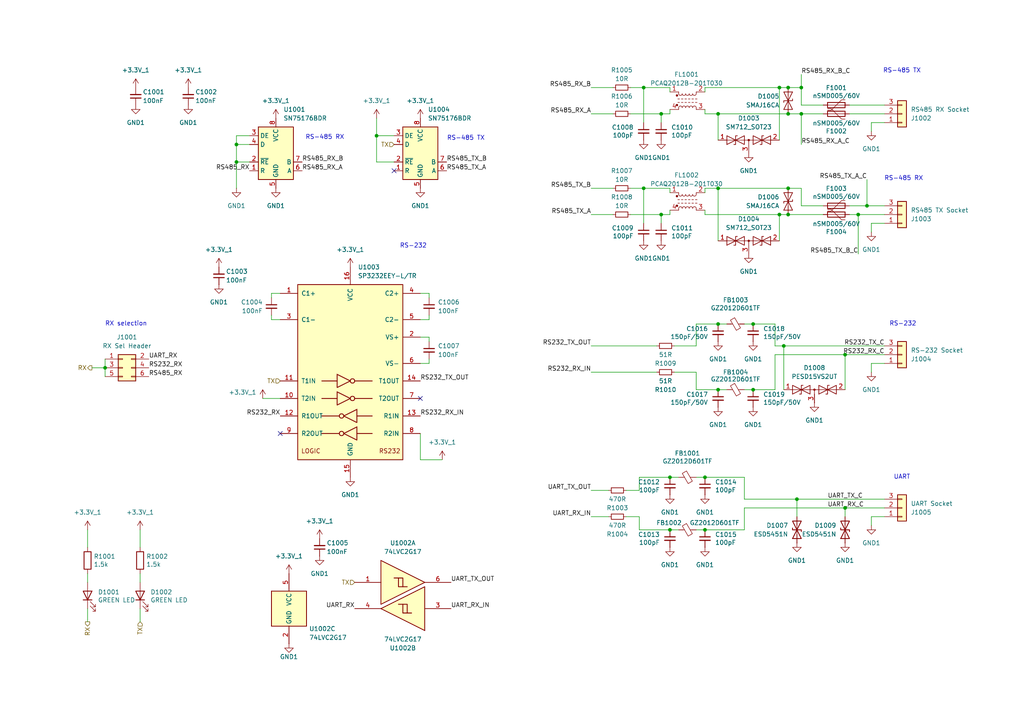
<source format=kicad_sch>
(kicad_sch (version 20231120) (generator "eeschema") (generator_version "8.0")
  (paper "A4")
  (title_block (title "Hat Labs Marine Engine & Tank interface (HALMET)") (date "2024-01-18") (rev "1.0.1") (company "Hat Labs Ltd") (comment 1 "https://creativecommons.org/licenses/by-sa/4.0") (comment 2 "To view a copy of this license, visit ") (comment 3 "HALMET is licensed under CC BY-SA 4.0."))
  (lib_symbols
    (symbol "74xGxx:74LVC2G17"
      (property "Reference" "U" (at -1.27 7.62 0))
      (property "Value" "74LVC2G17" (at 2.54 -7.62 0))
      (symbol "74LVC2G17_1_1"
        (pin input line (at -15.24 0 0) (length 7.62) (name "~") (number "1"))
        (pin output line (at 12.7 0 180) (length 7.62) (name "~") (number "6"))
      )
      (symbol "74LVC2G17_2_1"
        (pin input line (at -15.24 0 0) (length 7.62) (name "~") (number "3"))
        (pin output line (at 12.7 0 180) (length 7.62) (name "~") (number "4"))
      )
      (symbol "74LVC2G17_3_1"
        (pin power_in line (at 0 -10.16 90) (length 5.08) (name "GND") (number "2"))
        (pin power_in line (at 0 10.16 270) (length 5.08) (name "VCC") (number "5"))
      )
    )
    (symbol "Connector_Generic:Conn_01x03" (pin_names (offset 1.016) hide)
      (property "Reference" "J" (at 0 5.08 0))
      (property "Value" "Conn_01x03" (at 0 -5.08 0))
      (symbol "Conn_01x03_1_1"
        (pin passive line (at -5.08 2.54 0) (length 3.81) (name "Pin_1") (number "1"))
        (pin passive line (at -5.08 0 0) (length 3.81) (name "Pin_2") (number "2"))
        (pin passive line (at -5.08 -2.54 0) (length 3.81) (name "Pin_3") (number "3"))
      )
    )
    (symbol "Connector_Generic:Conn_02x03_Odd_Even" (pin_names (offset 1.016) hide)
      (property "Reference" "J" (at 1.27 5.08 0))
      (property "Value" "Conn_02x03_Odd_Even" (at 1.27 -5.08 0))
      (symbol "Conn_02x03_Odd_Even_1_1"
        (pin passive line (at -5.08 2.54 0) (length 3.81) (name "Pin_1") (number "1"))
        (pin passive line (at 7.62 2.54 180) (length 3.81) (name "Pin_2") (number "2"))
        (pin passive line (at -5.08 0 0) (length 3.81) (name "Pin_3") (number "3"))
        (pin passive line (at 7.62 0 180) (length 3.81) (name "Pin_4") (number "4"))
        (pin passive line (at -5.08 -2.54 0) (length 3.81) (name "Pin_5") (number "5"))
        (pin passive line (at 7.62 -2.54 180) (length 3.81) (name "Pin_6") (number "6"))
      )
    )
    (symbol "Device:C_Small" (pin_numbers hide) (pin_names (offset 0.254) hide)
      (property "Reference" "C" (at 0.254 1.778 0))
      (property "Value" "C_Small" (at 0.254 -2.032 0))
      (symbol "C_Small_1_1"
        (pin passive line (at 0 2.54 270) (length 2.032) (name "~") (number "1"))
        (pin passive line (at 0 -2.54 90) (length 2.032) (name "~") (number "2"))
      )
    )
    (symbol "Device:D_TVS" (pin_numbers hide) (pin_names (offset 1.016) hide)
      (property "Reference" "D" (at 0 2.54 0))
      (property "Value" "D_TVS" (at 0 -2.54 0))
      (symbol "D_TVS_1_1"
        (pin passive line (at -3.81 0 0) (length 2.54) (name "A1") (number "1"))
        (pin passive line (at 3.81 0 180) (length 2.54) (name "A2") (number "2"))
      )
    )
    (symbol "Device:FerriteBead_Small" (pin_numbers hide) (pin_names (offset 0))
      (property "Reference" "FB" (at 1.905 1.27 0))
      (property "Value" "FerriteBead_Small" (at 1.905 -1.27 0))
      (symbol "FerriteBead_Small_1_1"
        (pin passive line (at 0 2.54 270) (length 1.27) (name "~") (number "1"))
        (pin passive line (at 0 -2.54 90) (length 1.27) (name "~") (number "2"))
      )
    )
    (symbol "Device:LED" (pin_numbers hide) (pin_names (offset 1.016) hide)
      (property "Reference" "D" (at 0 2.54 0))
      (property "Value" "LED" (at 0 -2.54 0))
      (symbol "LED_1_1"
        (pin passive line (at -3.81 0 0) (length 2.54) (name "K") (number "1"))
        (pin passive line (at 3.81 0 180) (length 2.54) (name "A") (number "2"))
      )
    )
    (symbol "Device:L_Ferrite_Coupled_1243" (pin_names (offset 0.254) hide)
      (property "Reference" "L" (at 0 4.445 0))
      (property "Value" "L_Ferrite_Coupled_1243" (at 0 -4.445 0))
      (symbol "L_Ferrite_Coupled_1243_1_1"
        (pin passive line (at -5.08 2.54 0) (length 2.54) (name "1") (number "1"))
        (pin passive line (at 5.08 2.54 180) (length 2.54) (name "2") (number "2"))
        (pin passive line (at 5.08 -2.54 180) (length 2.54) (name "3") (number "3"))
        (pin passive line (at -5.08 -2.54 0) (length 2.54) (name "4") (number "4"))
      )
    )
    (symbol "Device:Polyfuse" (pin_numbers hide) (pin_names (offset 0))
      (property "Reference" "F" (at -2.54 0 90))
      (property "Value" "Polyfuse" (at 2.54 0 90))
      (symbol "Polyfuse_1_1"
        (pin passive line (at 0 3.81 270) (length 1.27) (name "~") (number "1"))
        (pin passive line (at 0 -3.81 90) (length 1.27) (name "~") (number "2"))
      )
    )
    (symbol "Device:R" (pin_numbers hide) (pin_names (offset 0))
      (property "Reference" "R" (at 2.032 0 90))
      (property "Value" "R" (at 0 0 90))
      (symbol "R_1_1"
        (pin passive line (at 0 3.81 270) (length 1.27) (name "~") (number "1"))
        (pin passive line (at 0 -3.81 90) (length 1.27) (name "~") (number "2"))
      )
    )
    (symbol "Device:R_Small" (pin_numbers hide) (pin_names (offset 0.254) hide)
      (property "Reference" "R" (at 0.762 0.508 0))
      (property "Value" "R_Small" (at 0.762 -1.016 0))
      (symbol "R_Small_1_1"
        (pin passive line (at 0 2.54 270) (length 0.762) (name "~") (number "1"))
        (pin passive line (at 0 -2.54 90) (length 0.762) (name "~") (number "2"))
      )
    )
    (symbol "Diode:SM712_SOT23" (pin_names (offset 1.016) hide)
      (property "Reference" "D" (at 0 4.445 0))
      (property "Value" "SM712_SOT23" (at 0 2.54 0))
      (symbol "SM712_SOT23_1_1"
        (pin passive line (at -8.89 0 0) (length 2.54) (name "A1") (number "1"))
        (pin passive line (at 8.89 0 180) (length 2.54) (name "A2") (number "2"))
        (pin input line (at 0 -3.81 90) (length 2.54) (name "common") (number "3"))
      )
    )
    (symbol "Diode:SMAJ16CA" (pin_numbers hide) (pin_names (offset 1.016) hide)
      (property "Reference" "D" (at 0 2.54 0))
      (property "Value" "SMAJ16CA" (at 0 -2.54 0))
      (symbol "SMAJ16CA_1_1"
        (pin passive line (at -3.81 0 0) (length 2.54) (name "A1") (number "1"))
        (pin passive line (at 3.81 0 180) (length 2.54) (name "A2") (number "2"))
      )
    )
    (symbol "HALSER:+3.3V_1" (power) (pin_names (offset 0))
      (property "Value" "+3.3V_1" (at 0 3.556 0))
      (symbol "+3.3V_1_1_1"
        (pin power_in line (at 0 0 90) (length 0) hide (name "+3.3V_1") (number "1"))
      )
    )
    (symbol "Interface_UART:MAX3232" (pin_names (offset 1.016))
      (property "Reference" "U" (at -2.54 28.575 0))
      (property "Value" "MAX3232" (at -2.54 26.67 0))
      (symbol "MAX3232_0_0"
        (text "LOGIC" (at -11.43 -22.86 0) (effects (font (size 1.27 1.27))))
        (text "RS232" (at 11.43 -22.86 0) (effects (font (size 1.27 1.27))))
      )
      (symbol "MAX3232_1_1"
        (pin passive line (at -20.32 22.86 0) (length 5.08) (name "C1+") (number "1"))
        (pin input line (at -20.32 -7.62 0) (length 5.08) (name "T2IN") (number "10"))
        (pin input line (at -20.32 -2.54 0) (length 5.08) (name "T1IN") (number "11"))
        (pin output line (at -20.32 -12.7 0) (length 5.08) (name "R1OUT") (number "12"))
        (pin input line (at 20.32 -12.7 180) (length 5.08) (name "R1IN") (number "13"))
        (pin output line (at 20.32 -2.54 180) (length 5.08) (name "T1OUT") (number "14"))
        (pin power_in line (at 0 -30.48 90) (length 5.08) (name "GND") (number "15"))
        (pin power_in line (at 0 30.48 270) (length 5.08) (name "VCC") (number "16"))
        (pin power_out line (at 20.32 10.16 180) (length 5.08) (name "VS+") (number "2"))
        (pin passive line (at -20.32 15.24 0) (length 5.08) (name "C1-") (number "3"))
        (pin passive line (at 20.32 22.86 180) (length 5.08) (name "C2+") (number "4"))
        (pin passive line (at 20.32 15.24 180) (length 5.08) (name "C2-") (number "5"))
        (pin power_out line (at 20.32 2.54 180) (length 5.08) (name "VS-") (number "6"))
        (pin output line (at 20.32 -7.62 180) (length 5.08) (name "T2OUT") (number "7"))
        (pin input line (at 20.32 -17.78 180) (length 5.08) (name "R2IN") (number "8"))
        (pin output line (at -20.32 -17.78 0) (length 5.08) (name "R2OUT") (number "9"))
      )
    )
    (symbol "Interface_UART:SN75176AD"
      (property "Reference" "U" (at -4.318 8.89 0))
      (property "Value" "SN75176AD" (at 1.016 8.89 0))
      (symbol "SN75176AD_1_1"
        (pin output line (at -7.62 -5.08 0) (length 2.54) (name "R") (number "1"))
        (pin input line (at -7.62 -2.54 0) (length 2.54) (name "~{RE}") (number "2"))
        (pin input line (at -7.62 5.08 0) (length 2.54) (name "DE") (number "3"))
        (pin input line (at -7.62 2.54 0) (length 2.54) (name "D") (number "4"))
        (pin power_in line (at 0 -10.16 90) (length 2.54) (name "GND") (number "5"))
        (pin bidirectional line (at 7.62 -5.08 180) (length 2.54) (name "A") (number "6"))
        (pin bidirectional line (at 7.62 -2.54 180) (length 2.54) (name "B") (number "7"))
        (pin power_in line (at 0 10.16 270) (length 2.54) (name "VCC") (number "8"))
      )
    )
    (symbol "power:GND1" (power) (pin_numbers hide) (pin_names (offset 0) hide)
      (property "Value" "GND1" (at 0 -3.81 0))
      (symbol "GND1_1_1"
        (pin power_in line (at 0 0 270) (length 0) (name "~") (number "1"))
      )
    )
  )
  (junction (at 228.6 62.23))
  (junction (at 228.6 33.02))
  (junction (at 186.69 25.4))
  (junction (at 191.77 33.02))
  (junction (at 204.47 153.67))
  (junction (at 245.11 102.87))
  (junction (at 248.92 62.23))
  (junction (at 68.58 46.99))
  (junction (at 208.28 113.03))
  (junction (at 227.33 100.33))
  (junction (at 109.22 39.37))
  (junction (at 228.6 54.61))
  (junction (at 232.41 33.02))
  (junction (at 186.69 54.61))
  (junction (at 194.31 138.43))
  (junction (at 194.31 153.67))
  (junction (at 191.77 62.23))
  (junction (at 68.58 41.91))
  (junction (at 228.6 25.4))
  (junction (at 208.28 54.61))
  (junction (at 204.47 138.43))
  (junction (at 218.44 113.03))
  (junction (at 245.11 147.32))
  (junction (at 30.48 106.68))
  (junction (at 226.06 25.4))
  (junction (at 218.44 93.98))
  (junction (at 208.28 93.98))
  (junction (at 226.06 62.23))
  (junction (at 231.14 144.78))
  (junction (at 251.46 59.69))
  (junction (at 232.41 25.4))
  (junction (at 208.28 33.02))
  (no_connect (at 114.3 49.53))
  (no_connect (at 81.28 125.73))
  (no_connect (at 121.92 115.57))
  (wire (pts (xy 194.31 25.4) (xy 194.31 26.67)))
  (wire (pts (xy 208.28 113.03) (xy 210.82 113.03)))
  (wire (pts (xy 246.38 62.23) (xy 248.92 62.23)))
  (wire (pts (xy 208.28 33.02) (xy 228.6 33.02)))
  (wire (pts (xy 246.38 33.02) (xy 256.54 33.02)))
  (wire (pts (xy 68.58 46.99) (xy 72.39 46.99)))
  (wire (pts (xy 201.93 93.98) (xy 201.93 100.33)))
  (wire (pts (xy 191.77 33.02) (xy 191.77 35.56)))
  (wire (pts (xy 245.11 102.87) (xy 256.54 102.87)))
  (wire (pts (xy 246.38 59.69) (xy 251.46 59.69)))
  (wire (pts (xy 226.06 62.23) (xy 226.06 69.85)))
  (wire (pts (xy 251.46 59.69) (xy 256.54 59.69)))
  (wire (pts (xy 232.41 59.69) (xy 232.41 54.61)))
  (wire (pts (xy 185.42 138.43) (xy 185.42 142.24)))
  (wire (pts (xy 186.69 25.4) (xy 186.69 35.56)))
  (wire (pts (xy 72.39 41.91) (xy 68.58 41.91)))
  (wire (pts (xy 252.73 149.86) (xy 252.73 152.4)))
  (wire (pts (xy 195.58 107.95) (xy 201.93 107.95)))
  (wire (pts (xy 25.4 153.67) (xy 25.4 158.75)))
  (wire (pts (xy 171.45 107.95) (xy 190.5 107.95)))
  (wire (pts (xy 201.93 138.43) (xy 204.47 138.43)))
  (wire (pts (xy 171.45 54.61) (xy 177.8 54.61)))
  (wire (pts (xy 215.9 113.03) (xy 218.44 113.03)))
  (wire (pts (xy 248.92 62.23) (xy 256.54 62.23)))
  (wire (pts (xy 40.64 153.67) (xy 40.64 158.75)))
  (wire (pts (xy 204.47 60.96) (xy 204.47 62.23)))
  (wire (pts (xy 224.79 102.87) (xy 224.79 113.03)))
  (wire (pts (xy 182.88 33.02) (xy 191.77 33.02)))
  (wire (pts (xy 204.47 62.23) (xy 226.06 62.23)))
  (wire (pts (xy 218.44 113.03) (xy 224.79 113.03)))
  (wire (pts (xy 201.93 113.03) (xy 208.28 113.03)))
  (wire (pts (xy 182.88 62.23) (xy 191.77 62.23)))
  (wire (pts (xy 256.54 149.86) (xy 252.73 149.86)))
  (wire (pts (xy 248.92 62.23) (xy 248.92 73.66)))
  (wire (pts (xy 25.4 166.37) (xy 25.4 168.91)))
  (wire (pts (xy 109.22 34.29) (xy 109.22 39.37)))
  (wire (pts (xy 228.6 62.23) (xy 238.76 62.23)))
  (wire (pts (xy 121.92 85.09) (xy 124.46 85.09)))
  (wire (pts (xy 256.54 35.56) (xy 252.73 35.56)))
  (wire (pts (xy 124.46 104.14) (xy 124.46 105.41)))
  (wire (pts (xy 30.48 106.68) (xy 30.48 109.22)))
  (wire (pts (xy 245.11 102.87) (xy 224.79 102.87)))
  (wire (pts (xy 121.92 97.79) (xy 124.46 97.79)))
  (wire (pts (xy 246.38 30.48) (xy 256.54 30.48)))
  (wire (pts (xy 124.46 97.79) (xy 124.46 99.06)))
  (wire (pts (xy 256.54 100.33) (xy 227.33 100.33)))
  (wire (pts (xy 194.31 31.75) (xy 194.31 33.02)))
  (wire (pts (xy 201.93 113.03) (xy 201.93 107.95)))
  (wire (pts (xy 252.73 35.56) (xy 252.73 38.1)))
  (wire (pts (xy 191.77 33.02) (xy 194.31 33.02)))
  (wire (pts (xy 232.41 30.48) (xy 232.41 25.4)))
  (wire (pts (xy 204.47 25.4) (xy 204.47 26.67)))
  (wire (pts (xy 208.28 93.98) (xy 210.82 93.98)))
  (wire (pts (xy 68.58 41.91) (xy 68.58 39.37)))
  (wire (pts (xy 245.11 147.32) (xy 245.11 149.86)))
  (wire (pts (xy 81.28 92.71) (xy 78.74 92.71)))
  (wire (pts (xy 232.41 59.69) (xy 238.76 59.69)))
  (wire (pts (xy 68.58 54.61) (xy 68.58 46.99)))
  (wire (pts (xy 201.93 93.98) (xy 208.28 93.98)))
  (wire (pts (xy 124.46 105.41) (xy 121.92 105.41)))
  (wire (pts (xy 109.22 39.37) (xy 114.3 39.37)))
  (wire (pts (xy 218.44 93.98) (xy 224.79 93.98)))
  (wire (pts (xy 171.45 33.02) (xy 177.8 33.02)))
  (wire (pts (xy 40.64 166.37) (xy 40.64 168.91)))
  (wire (pts (xy 40.64 176.53) (xy 40.64 180.34)))
  (wire (pts (xy 215.9 144.78) (xy 215.9 138.43)))
  (wire (pts (xy 208.28 33.02) (xy 208.28 40.64)))
  (wire (pts (xy 124.46 91.44) (xy 124.46 92.71)))
  (wire (pts (xy 252.73 64.77) (xy 256.54 64.77)))
  (wire (pts (xy 245.11 147.32) (xy 256.54 147.32)))
  (wire (pts (xy 228.6 33.02) (xy 232.41 33.02)))
  (wire (pts (xy 245.11 113.03) (xy 245.11 102.87)))
  (wire (pts (xy 185.42 153.67) (xy 185.42 149.86)))
  (wire (pts (xy 194.31 54.61) (xy 194.31 55.88)))
  (wire (pts (xy 232.41 30.48) (xy 238.76 30.48)))
  (wire (pts (xy 204.47 31.75) (xy 204.47 33.02)))
  (wire (pts (xy 194.31 138.43) (xy 196.85 138.43)))
  (wire (pts (xy 121.92 125.73) (xy 121.92 133.35)))
  (wire (pts (xy 232.41 33.02) (xy 238.76 33.02)))
  (wire (pts (xy 109.22 46.99) (xy 109.22 39.37)))
  (wire (pts (xy 228.6 25.4) (xy 232.41 25.4)))
  (wire (pts (xy 171.45 100.33) (xy 190.5 100.33)))
  (wire (pts (xy 232.41 21.59) (xy 232.41 25.4)))
  (wire (pts (xy 252.73 67.31) (xy 252.73 64.77)))
  (wire (pts (xy 171.45 25.4) (xy 177.8 25.4)))
  (wire (pts (xy 208.28 54.61) (xy 228.6 54.61)))
  (wire (pts (xy 26.67 106.68) (xy 30.48 106.68)))
  (wire (pts (xy 204.47 153.67) (xy 215.9 153.67)))
  (wire (pts (xy 231.14 144.78) (xy 256.54 144.78)))
  (wire (pts (xy 68.58 39.37) (xy 72.39 39.37)))
  (wire (pts (xy 25.4 176.53) (xy 25.4 180.34)))
  (wire (pts (xy 81.28 115.57) (xy 76.2 115.57)))
  (wire (pts (xy 181.61 142.24) (xy 185.42 142.24)))
  (wire (pts (xy 195.58 100.33) (xy 201.93 100.33)))
  (wire (pts (xy 124.46 92.71) (xy 121.92 92.71)))
  (wire (pts (xy 171.45 62.23) (xy 177.8 62.23)))
  (wire (pts (xy 185.42 138.43) (xy 194.31 138.43)))
  (wire (pts (xy 252.73 107.95) (xy 252.73 105.41)))
  (wire (pts (xy 186.69 54.61) (xy 194.31 54.61)))
  (wire (pts (xy 226.06 25.4) (xy 228.6 25.4)))
  (wire (pts (xy 231.14 144.78) (xy 231.14 149.86)))
  (wire (pts (xy 121.92 133.35) (xy 128.27 133.35)))
  (wire (pts (xy 204.47 25.4) (xy 226.06 25.4)))
  (wire (pts (xy 215.9 147.32) (xy 215.9 153.67)))
  (wire (pts (xy 204.47 33.02) (xy 208.28 33.02)))
  (wire (pts (xy 215.9 147.32) (xy 245.11 147.32)))
  (wire (pts (xy 124.46 85.09) (xy 124.46 86.36)))
  (wire (pts (xy 171.45 142.24) (xy 176.53 142.24)))
  (wire (pts (xy 251.46 52.07) (xy 251.46 59.69)))
  (wire (pts (xy 191.77 62.23) (xy 194.31 62.23)))
  (wire (pts (xy 252.73 105.41) (xy 256.54 105.41)))
  (wire (pts (xy 78.74 85.09) (xy 81.28 85.09)))
  (wire (pts (xy 232.41 33.02) (xy 232.41 41.91)))
  (wire (pts (xy 171.45 149.86) (xy 176.53 149.86)))
  (wire (pts (xy 194.31 60.96) (xy 194.31 62.23)))
  (wire (pts (xy 204.47 55.88) (xy 204.47 54.61)))
  (wire (pts (xy 227.33 100.33) (xy 227.33 113.03)))
  (wire (pts (xy 224.79 100.33) (xy 227.33 100.33)))
  (wire (pts (xy 191.77 62.23) (xy 191.77 64.77)))
  (wire (pts (xy 224.79 100.33) (xy 224.79 93.98)))
  (wire (pts (xy 114.3 46.99) (xy 109.22 46.99)))
  (wire (pts (xy 204.47 54.61) (xy 208.28 54.61)))
  (wire (pts (xy 186.69 54.61) (xy 186.69 64.77)))
  (wire (pts (xy 78.74 92.71) (xy 78.74 91.44)))
  (wire (pts (xy 30.48 104.14) (xy 30.48 106.68)))
  (wire (pts (xy 208.28 54.61) (xy 208.28 69.85)))
  (wire (pts (xy 182.88 54.61) (xy 186.69 54.61)))
  (wire (pts (xy 185.42 149.86) (xy 181.61 149.86)))
  (wire (pts (xy 201.93 153.67) (xy 204.47 153.67)))
  (wire (pts (xy 226.06 62.23) (xy 228.6 62.23)))
  (wire (pts (xy 226.06 25.4) (xy 226.06 40.64)))
  (wire (pts (xy 78.74 86.36) (xy 78.74 85.09)))
  (wire (pts (xy 194.31 153.67) (xy 196.85 153.67)))
  (wire (pts (xy 68.58 46.99) (xy 68.58 41.91)))
  (wire (pts (xy 204.47 138.43) (xy 215.9 138.43)))
  (wire (pts (xy 215.9 144.78) (xy 231.14 144.78)))
  (wire (pts (xy 182.88 25.4) (xy 186.69 25.4)))
  (wire (pts (xy 186.69 25.4) (xy 194.31 25.4)))
  (wire (pts (xy 215.9 93.98) (xy 218.44 93.98)))
  (wire (pts (xy 228.6 54.61) (xy 232.41 54.61)))
  (wire (pts (xy 185.42 153.67) (xy 194.31 153.67)))
  (text "RS-485 TX" (at 135.128 40.132 0) (effects (font (size 1.27 1.27))))
  (text "RS-485 TX" (at 261.62 20.574 0) (effects (font (size 1.27 1.27))))
  (text "UART" (at 261.62 138.43 0) (effects (font (size 1.27 1.27))))
  (text "RS-232" (at 119.888 71.374 0) (effects (font (size 1.27 1.27))))
  (text "RX selection" (at 36.576 93.98 0) (effects (font (size 1.27 1.27))))
  (text "RS-485 RX" (at 262.128 51.816 0) (effects (font (size 1.27 1.27))))
  (text "RS-485 RX" (at 94.234 39.878 0) (effects (font (size 1.27 1.27))))
  (text "RS-232" (at 261.874 93.98 0) (effects (font (size 1.27 1.27))))
  (label "RS485_TX_B_C" (at 248.92 73.66 180))
  (label "UART_RX_C" (at 240.03 147.32 0))
  (label "UART_TX_C" (at 240.03 144.78 0))
  (label "RS232_TX_C" (at 256.54 100.33 180))
  (label "UART_TX_OUT" (at 171.45 142.24 180))
  (label "RS232_TX_OUT" (at 121.92 110.49 0))
  (label "RS485_TX_A" (at 129.54 49.53 0))
  (label "RS232_RX_IN" (at 171.45 107.95 180))
  (label "UART_RX" (at 102.87 176.53 180))
  (label "RS232_RX" (at 43.18 106.68 0))
  (label "RS485_RX_B_C" (at 232.41 21.59 0))
  (label "UART_RX_IN" (at 130.81 176.53 0))
  (label "RS485_RX_A" (at 87.63 49.53 0))
  (label "RS485_TX_A" (at 171.45 62.23 180))
  (label "RS232_RX_IN" (at 121.92 120.65 0))
  (label "RS485_TX_B" (at 171.45 54.61 180))
  (label "RS485_RX" (at 72.39 49.53 180))
  (label "RS485_TX_B" (at 129.54 46.99 0))
  (label "RS232_RX" (at 81.28 120.65 180))
  (label "RS485_TX_A_C" (at 251.46 52.07 180))
  (label "RS485_RX_B" (at 87.63 46.99 0))
  (label "UART_TX_OUT" (at 130.81 168.91 0))
  (label "UART_RX" (at 43.18 104.14 0))
  (label "UART_RX_IN" (at 171.45 149.86 180))
  (label "RS485_RX_B" (at 171.45 25.4 180))
  (label "RS485_RX" (at 43.18 109.22 0))
  (label "RS232_RX_C" (at 256.54 102.87 180))
  (label "RS485_RX_A_C" (at 232.41 41.91 0))
  (label "RS485_RX_A" (at 171.45 33.02 180))
  (label "RS232_TX_OUT" (at 171.45 100.33 180))
  (hierarchical_label "TX" (shape input) (at 102.87 168.91 180))
  (hierarchical_label "RX" (shape output) (at 26.67 106.68 180))
  (hierarchical_label "TX" (shape input) (at 81.28 110.49 180))
  (hierarchical_label "TX" (shape input) (at 40.64 180.34 270))
  (hierarchical_label "TX" (shape input) (at 114.3 41.91 180))
  (hierarchical_label "RX" (shape output) (at 25.4 180.34 270))
  (symbol (lib_id "Device:L_Ferrite_Coupled_1243") (at 199.39 29.21 0) (unit 1)
    (property "Reference" "FL1001" (at 199.136 21.59 0))
    (property "Value" "PCAQ2012B-201T030" (at 199.136 24.13 0))
    (property "Footprint" "HALSER:L_CommonModeChoke_PCAQ2012B" (effects (hide yes)))
    (property "Description" "Coupled inductor with ferrite core" (effects (hide yes)))
    (property "Notes" "Alternatives: ACM2012-201-2P-T002" (effects (hide yes)))
    (property "LCSC" "C2926967" (effects (hide yes)))
  )
  (symbol (lib_id "Device:R_Small") (at 180.34 54.61 90) (unit 1)
    (property "Reference" "R1007" (at 180.34 49.53 90))
    (property "Value" "10R" (at 180.34 52.07 90))
    (property "Footprint" "PCM_Resistor_SMD_AKL:R_0402_1005Metric" (effects (hide yes)))
    (property "Description" "Resistor, small symbol" (effects (hide yes)))
    (property "LCSC" "C25077" (effects (hide yes)))
  )
  (symbol (lib_id "power:GND1") (at 252.73 38.1 0) (unit 1)
    (property "Reference" "#PWR01040" (effects (hide yes)))
    (property "Value" "GND1" (at 252.73 43.18 0))
    (property "Description" "Power symbol creates a global label with name \"GND1\" , ground" (effects (hide yes)))
  )
  (symbol (lib_id "Device:C_Small") (at 124.46 101.6 0) (mirror y) (unit 1)
    (property "Reference" "C1007" (at 127 100.3362 0) (effects (justify right)))
    (property "Value" "100nF" (at 127 102.8762 0) (effects (justify right)))
    (property "Footprint" "PCM_Capacitor_SMD_AKL:C_0402_1005Metric" (effects (hide yes)))
    (property "Description" "Unpolarized capacitor, small symbol" (effects (hide yes)))
    (property "LCSC" "C1525" (effects (hide yes)))
  )
  (symbol (lib_id "Diode:SM712_SOT23") (at 217.17 69.85 0) (unit 1)
    (property "Reference" "D1004" (at 217.17 63.5 0))
    (property "Value" "SM712_SOT23" (at 217.17 66.04 0))
    (property "Footprint" "PCM_Package_TO_SOT_SMD_AKL:SOT-23" (effects (hide yes)))
    (property "Datasheet" "https://www.littelfuse.com/~/media/electronics/datasheets/tvs_diode_arrays/littelfuse_tvs_diode_array_sm712_datasheet.pdf.pdf" (effects (hide yes)))
    (property "Description" "7V/12V, 600W Asymmetrical TVS Diode Array, SOT-23" (effects (hide yes)))
    (property "LCSC" "C521963" (effects (hide yes)))
  )
  (symbol (lib_id "Connector_Generic:Conn_01x03") (at 261.62 147.32 0) (mirror x) (unit 1)
    (property "Reference" "J1005" (at 264.16 148.5901 0) (effects (justify left)))
    (property "Value" "UART Socket" (at 264.16 146.0501 0) (effects (justify left)))
    (property "Footprint" "Connector_Phoenix_MC:PhoenixContact_MCV_1,5_3-G-3.81_1x03_P3.81mm_Vertical" (effects (hide yes)))
    (property "Description" "Generic connector, single row, 01x03, script generated (kicad-library-utils/schlib/autogen/connector/)" (effects (hide yes)))
    (property "LCSC" "C8389" (effects (hide yes)))
  )
  (symbol (lib_id "Device:R_Small") (at 179.07 149.86 90) (mirror x) (unit 1)
    (property "Reference" "R1004" (at 179.07 154.94 90))
    (property "Value" "470R" (at 179.07 152.4 90))
    (property "Footprint" "PCM_Resistor_SMD_AKL:R_0402_1005Metric" (effects (hide yes)))
    (property "Description" "Resistor, small symbol" (effects (hide yes)))
    (property "LCSC" "C25117" (effects (hide yes)))
  )
  (symbol (lib_id "power:GND1") (at 186.69 40.64 0) (unit 1)
    (property "Reference" "#PWR01023" (effects (hide yes)))
    (property "Value" "GND1" (at 186.69 45.72 0))
    (property "Description" "Power symbol creates a global label with name \"GND1\" , ground" (effects (hide yes)))
  )
  (symbol (lib_id "Device:C_Small") (at 191.77 67.31 0) (unit 1)
    (property "Reference" "C1011" (at 194.691 66.1416 0) (effects (justify left)))
    (property "Value" "100pF" (at 194.691 68.453 0) (effects (justify left)))
    (property "Footprint" "PCM_Capacitor_SMD_AKL:C_0603_1608Metric" (effects (hide yes)))
    (property "Description" "Unpolarized capacitor, small symbol" (effects (hide yes)))
    (property "LCSC" "C14858" (effects (hide yes)))
  )
  (symbol (lib_id "Device:L_Ferrite_Coupled_1243") (at 199.39 58.42 0) (unit 1)
    (property "Reference" "FL1002" (at 199.136 50.8 0))
    (property "Value" "PCAQ2012B-201T030" (at 199.136 53.34 0))
    (property "Footprint" "HALSER:L_CommonModeChoke_PCAQ2012B" (effects (hide yes)))
    (property "Description" "Coupled inductor with ferrite core" (effects (hide yes)))
    (property "Notes" "Alternatives: ACM2012-201-2P-T002" (effects (hide yes)))
    (property "LCSC" "C2926967" (effects (hide yes)))
  )
  (symbol (lib_id "Device:R") (at 40.64 162.56 0) (unit 1)
    (property "Reference" "R1002" (at 42.418 161.3916 0) (effects (justify left)))
    (property "Value" "1.5k" (at 42.418 163.703 0) (effects (justify left)))
    (property "Footprint" "PCM_Resistor_SMD_AKL:R_0402_1005Metric" (effects (hide yes)))
    (property "LCSC" "C25867" (effects (hide yes)))
  )
  (symbol (lib_id "HALSER:+3.3V_1") (at 92.71 156.21 0) (unit 1)
    (property "Reference" "#PWR01015" (effects (hide yes)))
    (property "Value" "+3.3V_1" (at 92.71 151.13 0))
    (property "Description" "Power symbol creates a global label with name \"+3.3V\"" (effects (hide yes)))
  )
  (symbol (lib_id "Device:C_Small") (at 208.28 115.57 0) (mirror y) (unit 1)
    (property "Reference" "C1017" (at 205.359 114.4016 0) (effects (justify left)))
    (property "Value" "150pF/50V" (at 205.359 116.713 0) (effects (justify left)))
    (property "Footprint" "PCM_Capacitor_SMD_AKL:C_0603_1608Metric" (effects (hide yes)))
    (property "Description" "Unpolarized capacitor, small symbol" (effects (hide yes)))
    (property "LCSC" "C1594" (effects (hide yes)))
  )
  (symbol (lib_id "power:GND1") (at 191.77 69.85 0) (unit 1)
    (property "Reference" "#PWR01026" (effects (hide yes)))
    (property "Value" "GND1" (at 191.77 74.93 0))
    (property "Description" "Power symbol creates a global label with name \"GND1\" , ground" (effects (hide yes)))
  )
  (symbol (lib_id "power:GND1") (at 92.71 161.29 0) (unit 1)
    (property "Reference" "#PWR01016" (effects (hide yes)))
    (property "Value" "GND1" (at 92.71 166.37 0))
    (property "Description" "Power symbol creates a global label with name \"GND1\" , ground" (effects (hide yes)))
  )
  (symbol (lib_id "Device:D_TVS") (at 245.11 153.67 90) (unit 1)
    (property "Reference" "D1009" (at 242.57 152.4 90) (effects (justify left)))
    (property "Value" "ESD5451N" (at 242.57 154.94 90) (effects (justify left)))
    (property "Footprint" "PCM_Diode_SMD_AKL:D_0402_1005Metric" (effects (hide yes)))
    (property "LCSC" "C2936977" (effects (hide yes)))
  )
  (symbol (lib_id "Device:C_Small") (at 92.71 158.75 180) (unit 1)
    (property "Reference" "C1005" (at 94.742 157.48 0) (effects (justify right)))
    (property "Value" "100nF" (at 94.742 160.02 0) (effects (justify right)))
    (property "Footprint" "PCM_Capacitor_SMD_AKL:C_0402_1005Metric" (effects (hide yes)))
    (property "Description" "Unpolarized capacitor, small symbol" (effects (hide yes)))
    (property "LCSC" "C1525" (effects (hide yes)))
  )
  (symbol (lib_id "Device:Polyfuse") (at 242.57 62.23 270) (mirror x) (unit 1)
    (property "Reference" "F1004" (at 242.57 67.2338 90))
    (property "Value" "nSMD005/60V" (at 242.57 64.9224 90))
    (property "Footprint" "PCM_Fuse_AKL:Fuse_1206_3216Metric" (effects (hide yes)))
    (property "LCSC" "C2830235" (effects (hide yes)))
  )
  (symbol (lib_id "Diode:SM712_SOT23") (at 236.22 113.03 0) (unit 1)
    (property "Reference" "D1008" (at 236.22 106.68 0))
    (property "Value" "PESD15VS2UT" (at 236.22 109.22 0))
    (property "Footprint" "PCM_Package_TO_SOT_SMD_AKL:SOT-23" (effects (hide yes)))
    (property "Datasheet" "https://www.littelfuse.com/~/media/electronics/datasheets/tvs_diode_arrays/littelfuse_tvs_diode_array_sm712_datasheet.pdf.pdf" (effects (hide yes)))
    (property "Description" "7V/12V, 600W Asymmetrical TVS Diode Array, SOT-23" (effects (hide yes)))
    (property "LCSC" "C2831524" (effects (hide yes)))
  )
  (symbol (lib_id "Diode:SMAJ16CA") (at 228.6 58.42 270) (mirror x) (unit 1)
    (property "Reference" "D1006" (at 226.06 57.1499 90) (effects (justify right)))
    (property "Value" "SMAJ16CA" (at 226.06 59.6899 90) (effects (justify right)))
    (property "Footprint" "PCM_Diode_SMD_AKL:D_SMA_TVS" (effects (hide yes)))
    (property "Datasheet" "https://www.littelfuse.com/media?resourcetype=datasheets&itemid=75e32973-b177-4ee3-a0ff-cedaf1abdb93&filename=smaj-datasheet" (effects (hide yes)))
    (property "Description" "400W bidirectional Transient Voltage Suppressor, 16.0Vr, SMA(DO-214AC)" (effects (hide yes)))
    (property "LCSC" "C5356049" (effects (hide yes)))
  )
  (symbol (lib_id "power:GND1") (at 191.77 40.64 0) (unit 1)
    (property "Reference" "#PWR01025" (effects (hide yes)))
    (property "Value" "GND1" (at 191.77 45.72 0))
    (property "Description" "Power symbol creates a global label with name \"GND1\" , ground" (effects (hide yes)))
  )
  (symbol (lib_id "HALSER:+3.3V_1") (at 128.27 133.35 0) (unit 1)
    (property "Reference" "#PWR01022" (effects (hide yes)))
    (property "Value" "+3.3V_1" (at 128.27 128.27 0))
    (property "Description" "Power symbol creates a global label with name \"+3.3V\"" (effects (hide yes)))
  )
  (symbol (lib_id "Connector_Generic:Conn_02x03_Odd_Even") (at 35.56 106.68 0) (unit 1)
    (property "Reference" "J1001" (at 36.83 97.79 0))
    (property "Value" "RX Sel Header" (at 36.83 100.33 0))
    (property "Footprint" "Connector_PinHeader_2.54mm:PinHeader_2x03_P2.54mm_Vertical" (effects (hide yes)))
    (property "Description" "Generic connector, double row, 02x03, odd/even pin numbering scheme (row 1 odd numbers, row 2 even numbers), script generated (kicad-library-utils/schlib/autogen/connector/)" (effects (hide yes)))
    (property "LCSC" "C5383104" (effects (hide yes)))
  )
  (symbol (lib_id "Device:C_Small") (at 208.28 96.52 0) (mirror y) (unit 1)
    (property "Reference" "C1016" (at 205.359 95.3516 0) (effects (justify left)))
    (property "Value" "150pF/50V" (at 205.359 97.663 0) (effects (justify left)))
    (property "Footprint" "PCM_Capacitor_SMD_AKL:C_0603_1608Metric" (effects (hide yes)))
    (property "Description" "Unpolarized capacitor, small symbol" (effects (hide yes)))
    (property "LCSC" "C1594" (effects (hide yes)))
  )
  (symbol (lib_id "Device:C_Small") (at 194.31 156.21 0) (mirror y) (unit 1)
    (property "Reference" "C1013" (at 191.389 155.0416 0) (effects (justify left)))
    (property "Value" "100pF" (at 191.389 157.353 0) (effects (justify left)))
    (property "Footprint" "PCM_Capacitor_SMD_AKL:C_0603_1608Metric" (effects (hide yes)))
    (property "Description" "Unpolarized capacitor, small symbol" (effects (hide yes)))
    (property "LCSC" "C14858" (effects (hide yes)))
  )
  (symbol (lib_id "power:GND1") (at 186.69 69.85 0) (unit 1)
    (property "Reference" "#PWR01024" (effects (hide yes)))
    (property "Value" "GND1" (at 186.69 74.93 0))
    (property "Description" "Power symbol creates a global label with name \"GND1\" , ground" (effects (hide yes)))
  )
  (symbol (lib_id "Device:C_Small") (at 186.69 38.1 0) (mirror y) (unit 1)
    (property "Reference" "C1008" (at 183.769 36.9316 0) (effects (justify left)))
    (property "Value" "100pF" (at 183.769 39.243 0) (effects (justify left)))
    (property "Footprint" "PCM_Capacitor_SMD_AKL:C_0603_1608Metric" (effects (hide yes)))
    (property "Description" "Unpolarized capacitor, small symbol" (effects (hide yes)))
    (property "LCSC" "C14858" (effects (hide yes)))
  )
  (symbol (lib_id "Device:Polyfuse") (at 242.57 33.02 270) (mirror x) (unit 1)
    (property "Reference" "F1002" (at 242.57 38.0238 90))
    (property "Value" "nSMD005/60V" (at 242.57 35.7124 90))
    (property "Footprint" "PCM_Fuse_AKL:Fuse_1206_3216Metric" (effects (hide yes)))
    (property "LCSC" "C2830235" (effects (hide yes)))
  )
  (symbol (lib_id "power:GND1") (at 231.14 157.48 0) (unit 1)
    (property "Reference" "#PWR01037" (effects (hide yes)))
    (property "Value" "GND1" (at 231.14 162.56 0))
    (property "Description" "Power symbol creates a global label with name \"GND1\" , ground" (effects (hide yes)))
  )
  (symbol (lib_id "74xGxx:74LVC2G17") (at 115.57 176.53 180) (unit 2)
    (property "Reference" "U1002" (at 116.84 187.96 0))
    (property "Value" "74LVC2G17" (at 116.84 185.42 0))
    (property "Footprint" "PCM_Package_TO_SOT_SMD_AKL:SOT-23-6" (effects (hide yes)))
    (property "Datasheet" "http://www.ti.com/lit/sg/scyt129e/scyt129e.pdf" (effects (hide yes)))
    (property "Description" "Dual Buffer, Schmitt Triggered, Low-Voltage CMOS" (effects (hide yes)))
    (property "LCSC" "C10429" (effects (hide yes)))
  )
  (symbol (lib_id "power:GND1") (at 217.17 73.66 0) (unit 1)
    (property "Reference" "#PWR01034" (effects (hide yes)))
    (property "Value" "GND1" (at 217.17 78.74 0))
    (property "Description" "Power symbol creates a global label with name \"GND1\" , ground" (effects (hide yes)))
  )
  (symbol (lib_id "HALSER:+3.3V_1") (at 83.82 166.37 0) (unit 1)
    (property "Reference" "#PWR01013" (effects (hide yes)))
    (property "Value" "+3.3V_1" (at 83.82 161.29 0))
    (property "Description" "Power symbol creates a global label with name \"+3.3V\"" (effects (hide yes)))
  )
  (symbol (lib_id "Device:C_Small") (at 63.5 80.01 180) (unit 1)
    (property "Reference" "C1003" (at 65.532 78.74 0) (effects (justify right)))
    (property "Value" "100nF" (at 65.532 81.28 0) (effects (justify right)))
    (property "Footprint" "PCM_Capacitor_SMD_AKL:C_0402_1005Metric" (effects (hide yes)))
    (property "Description" "Unpolarized capacitor, small symbol" (effects (hide yes)))
    (property "LCSC" "C1525" (effects (hide yes)))
  )
  (symbol (lib_id "Device:D_TVS") (at 231.14 153.67 90) (unit 1)
    (property "Reference" "D1007" (at 228.6 152.4 90) (effects (justify left)))
    (property "Value" "ESD5451N" (at 228.6 154.94 90) (effects (justify left)))
    (property "Footprint" "PCM_Diode_SMD_AKL:D_0402_1005Metric" (effects (hide yes)))
    (property "LCSC" "C2936977" (effects (hide yes)))
  )
  (symbol (lib_id "Device:FerriteBead_Small") (at 199.39 153.67 90) (mirror x) (unit 1)
    (property "Reference" "FB1002" (at 194.056 151.638 90))
    (property "Value" "GZ2012D601TF" (at 207.264 151.638 90))
    (property "Footprint" "PCM_Ferrite_SMD_AKL:Ferrite_0805_2012Metric" (effects (hide yes)))
    (property "Description" "Ferrite bead, small symbol" (effects (hide yes)))
    (property "LCSC" "C1017" (effects (hide yes)))
  )
  (symbol (lib_id "power:GND1") (at 54.61 30.48 0) (unit 1)
    (property "Reference" "#PWR01006" (effects (hide yes)))
    (property "Value" "GND1" (at 54.61 35.56 0))
    (property "Description" "Power symbol creates a global label with name \"GND1\" , ground" (effects (hide yes)))
  )
  (symbol (lib_id "Interface_UART:SN75176AD") (at 80.01 44.45 0) (unit 1)
    (property "Reference" "U1001" (at 82.2041 31.75 0) (effects (justify left)))
    (property "Value" "SN75176BDR" (at 82.2041 34.29 0) (effects (justify left)))
    (property "Footprint" "PCM_Package_SO_AKL:SOIC-8_3.9x4.9mm_P1.27mm" (effects (hide yes)))
    (property "Datasheet" "https://wmsc.lcsc.com/wmsc/upload/file/pdf/v2/lcsc/2409301532_UMW-Youtai-Semiconductor-Co---Ltd--SN75176BDR_C2829048.pdf" (effects (hide yes)))
    (property "Description" "Differential RS-422/RS-485 bus transceiver, SOIC-8" (effects (hide yes)))
    (property "LCSC" "C2829048" (effects (hide yes)))
  )
  (symbol (lib_id "Device:C_Small") (at 39.37 27.94 180) (unit 1)
    (property "Reference" "C1001" (at 41.402 26.67 0) (effects (justify right)))
    (property "Value" "100nF" (at 41.402 29.21 0) (effects (justify right)))
    (property "Footprint" "PCM_Capacitor_SMD_AKL:C_0402_1005Metric" (effects (hide yes)))
    (property "Description" "Unpolarized capacitor, small symbol" (effects (hide yes)))
    (property "LCSC" "C1525" (effects (hide yes)))
  )
  (symbol (lib_id "Connector_Generic:Conn_01x03") (at 261.62 33.02 0) (mirror x) (unit 1)
    (property "Reference" "J1002" (at 264.16 34.2901 0) (effects (justify left)))
    (property "Value" "RS485 RX Socket" (at 264.16 31.7501 0) (effects (justify left)))
    (property "Footprint" "Connector_Phoenix_MC:PhoenixContact_MCV_1,5_3-G-3.81_1x03_P3.81mm_Vertical" (effects (hide yes)))
    (property "Description" "Generic connector, single row, 01x03, script generated (kicad-library-utils/schlib/autogen/connector/)" (effects (hide yes)))
    (property "LCSC" "C8389" (effects (hide yes)))
  )
  (symbol (lib_id "HALSER:+3.3V_1") (at 80.01 34.29 0) (unit 1)
    (property "Reference" "#PWR01011" (effects (hide yes)))
    (property "Value" "+3.3V_1" (at 80.01 29.21 0))
    (property "Description" "Power symbol creates a global label with name \"+3.3V\"" (effects (hide yes)))
  )
  (symbol (lib_id "74xGxx:74LVC2G17") (at 118.11 168.91 0) (unit 1)
    (property "Reference" "U1002" (at 116.84 157.48 0))
    (property "Value" "74LVC2G17" (at 116.84 160.02 0))
    (property "Footprint" "PCM_Package_TO_SOT_SMD_AKL:SOT-23-6" (effects (hide yes)))
    (property "Datasheet" "http://www.ti.com/lit/sg/scyt129e/scyt129e.pdf" (effects (hide yes)))
    (property "Description" "Dual Buffer, Schmitt Triggered, Low-Voltage CMOS" (effects (hide yes)))
    (property "LCSC" "C10429" (effects (hide yes)))
  )
  (symbol (lib_id "Device:LED") (at 25.4 172.72 90) (unit 1)
    (property "Reference" "D1001" (at 28.3972 171.7294 90) (effects (justify right)))
    (property "Value" "GREEN LED" (at 28.3972 174.0408 90) (effects (justify right)))
    (property "Footprint" "PCM_LED_SMD_AKL:LED_0603_1608Metric" (effects (hide yes)))
    (property "LCSC" "C965804" (effects (hide yes)))
  )
  (symbol (lib_id "Interface_UART:SN75176AD") (at 121.92 44.45 0) (unit 1)
    (property "Reference" "U1004" (at 124.1141 31.75 0) (effects (justify left)))
    (property "Value" "SN75176BDR" (at 124.1141 34.29 0) (effects (justify left)))
    (property "Footprint" "PCM_Package_SO_AKL:SOIC-8_3.9x4.9mm_P1.27mm" (effects (hide yes)))
    (property "Datasheet" "https://wmsc.lcsc.com/wmsc/upload/file/pdf/v2/lcsc/2409301532_UMW-Youtai-Semiconductor-Co---Ltd--SN75176BDR_C2829048.pdf" (effects (hide yes)))
    (property "Description" "Differential RS-422/RS-485 bus transceiver, SOIC-8" (effects (hide yes)))
    (property "LCSC" "C2829048" (effects (hide yes)))
  )
  (symbol (lib_id "Device:FerriteBead_Small") (at 213.36 113.03 90) (mirror x) (unit 1)
    (property "Reference" "FB1004" (at 213.36 107.95 90))
    (property "Value" "GZ2012D601TF" (at 213.36 109.982 90))
    (property "Footprint" "PCM_Ferrite_SMD_AKL:Ferrite_0805_2012Metric" (effects (hide yes)))
    (property "Description" "Ferrite bead, small symbol" (effects (hide yes)))
    (property "LCSC" "C1017" (effects (hide yes)))
  )
  (symbol (lib_id "power:GND1") (at 236.22 116.84 0) (unit 1)
    (property "Reference" "#PWR01038" (effects (hide yes)))
    (property "Value" "GND1" (at 236.22 121.92 0))
    (property "Description" "Power symbol creates a global label with name \"GND1\" , ground" (effects (hide yes)))
  )
  (symbol (lib_id "Device:C_Small") (at 54.61 27.94 180) (unit 1)
    (property "Reference" "C1002" (at 56.642 26.67 0) (effects (justify right)))
    (property "Value" "100nF" (at 56.642 29.21 0) (effects (justify right)))
    (property "Footprint" "PCM_Capacitor_SMD_AKL:C_0402_1005Metric" (effects (hide yes)))
    (property "Description" "Unpolarized capacitor, small symbol" (effects (hide yes)))
    (property "LCSC" "C1525" (effects (hide yes)))
  )
  (symbol (lib_id "Device:R_Small") (at 193.04 100.33 90) (mirror x) (unit 1)
    (property "Reference" "R1009" (at 193.04 105.41 90))
    (property "Value" "51R" (at 193.04 102.87 90))
    (property "Footprint" "PCM_Resistor_SMD_AKL:R_0603_1608Metric" (effects (hide yes)))
    (property "Description" "Resistor, small symbol" (effects (hide yes)))
    (property "LCSC" "C23197" (effects (hide yes)))
  )
  (symbol (lib_id "Device:C_Small") (at 194.31 140.97 0) (mirror y) (unit 1)
    (property "Reference" "C1012" (at 191.389 139.8016 0) (effects (justify left)))
    (property "Value" "100pF" (at 191.389 142.113 0) (effects (justify left)))
    (property "Footprint" "PCM_Capacitor_SMD_AKL:C_0603_1608Metric" (effects (hide yes)))
    (property "Description" "Unpolarized capacitor, small symbol" (effects (hide yes)))
    (property "LCSC" "C14858" (effects (hide yes)))
  )
  (symbol (lib_id "HALSER:+3.3V_1") (at 39.37 25.4 0) (unit 1)
    (property "Reference" "#PWR01002" (effects (hide yes)))
    (property "Value" "+3.3V_1" (at 39.37 20.32 0))
    (property "Description" "Power symbol creates a global label with name \"+3.3V\"" (effects (hide yes)))
  )
  (symbol (lib_id "Device:C_Small") (at 218.44 115.57 0) (unit 1)
    (property "Reference" "C1019" (at 221.361 114.4016 0) (effects (justify left)))
    (property "Value" "150pF/50V" (at 221.361 116.713 0) (effects (justify left)))
    (property "Footprint" "PCM_Capacitor_SMD_AKL:C_0603_1608Metric" (effects (hide yes)))
    (property "Description" "Unpolarized capacitor, small symbol" (effects (hide yes)))
    (property "LCSC" "C1594" (effects (hide yes)))
  )
  (symbol (lib_id "Device:FerriteBead_Small") (at 199.39 138.43 90) (mirror x) (unit 1)
    (property "Reference" "FB1001" (at 199.39 131.4704 90))
    (property "Value" "GZ2012D601TF" (at 199.39 133.7818 90))
    (property "Footprint" "PCM_Ferrite_SMD_AKL:Ferrite_0805_2012Metric" (effects (hide yes)))
    (property "Description" "Ferrite bead, small symbol" (effects (hide yes)))
    (property "LCSC" "C1017" (effects (hide yes)))
  )
  (symbol (lib_id "power:GND1") (at 252.73 107.95 0) (unit 1)
    (property "Reference" "#PWR01042" (effects (hide yes)))
    (property "Value" "GND1" (at 252.73 113.03 0))
    (property "Description" "Power symbol creates a global label with name \"GND1\" , ground" (effects (hide yes)))
  )
  (symbol (lib_id "Device:Polyfuse") (at 242.57 59.69 270) (unit 1)
    (property "Reference" "F1003" (at 242.57 54.6862 90))
    (property "Value" "nSMD005/60V" (at 242.57 56.9976 90))
    (property "Footprint" "PCM_Fuse_AKL:Fuse_1206_3216Metric" (effects (hide yes)))
    (property "LCSC" "C2830235" (effects (hide yes)))
  )
  (symbol (lib_id "Device:R_Small") (at 193.04 107.95 90) (mirror x) (unit 1)
    (property "Reference" "R1010" (at 193.04 113.03 90))
    (property "Value" "51R" (at 193.04 110.49 90))
    (property "Footprint" "PCM_Resistor_SMD_AKL:R_0603_1608Metric" (effects (hide yes)))
    (property "Description" "Resistor, small symbol" (effects (hide yes)))
    (property "LCSC" "C23197" (effects (hide yes)))
  )
  (symbol (lib_id "Connector_Generic:Conn_01x03") (at 261.62 62.23 0) (mirror x) (unit 1)
    (property "Reference" "J1003" (at 264.16 63.5001 0) (effects (justify left)))
    (property "Value" "RS485 TX Socket" (at 264.16 60.9601 0) (effects (justify left)))
    (property "Footprint" "Connector_Phoenix_MC:PhoenixContact_MCV_1,5_3-G-3.81_1x03_P3.81mm_Vertical" (effects (hide yes)))
    (property "Description" "Generic connector, single row, 01x03, script generated (kicad-library-utils/schlib/autogen/connector/)" (effects (hide yes)))
    (property "LCSC" "C8389" (effects (hide yes)))
  )
  (symbol (lib_id "Device:LED") (at 40.64 172.72 90) (unit 1)
    (property "Reference" "D1002" (at 43.6372 171.7294 90) (effects (justify right)))
    (property "Value" "GREEN LED" (at 43.6372 174.0408 90) (effects (justify right)))
    (property "Footprint" "PCM_LED_SMD_AKL:LED_0603_1608Metric" (effects (hide yes)))
    (property "LCSC" "C965804" (effects (hide yes)))
  )
  (symbol (lib_id "power:GND1") (at 83.82 186.69 0) (unit 1)
    (property "Reference" "#PWR01014" (effects (hide yes)))
    (property "Value" "GND1" (at 83.82 190.5 0))
    (property "Description" "Power symbol creates a global label with name \"GND1\" , ground" (effects (hide yes)))
  )
  (symbol (lib_id "Device:R") (at 25.4 162.56 0) (unit 1)
    (property "Reference" "R1001" (at 27.178 161.3916 0) (effects (justify left)))
    (property "Value" "1.5k" (at 27.178 163.703 0) (effects (justify left)))
    (property "Footprint" "PCM_Resistor_SMD_AKL:R_0402_1005Metric" (effects (hide yes)))
    (property "LCSC" "C25867" (effects (hide yes)))
  )
  (symbol (lib_id "Device:C_Small") (at 204.47 156.21 0) (unit 1)
    (property "Reference" "C1015" (at 207.391 155.0416 0) (effects (justify left)))
    (property "Value" "100pF" (at 207.391 157.353 0) (effects (justify left)))
    (property "Footprint" "PCM_Capacitor_SMD_AKL:C_0603_1608Metric" (effects (hide yes)))
    (property "Description" "Unpolarized capacitor, small symbol" (effects (hide yes)))
    (property "LCSC" "C14858" (effects (hide yes)))
  )
  (symbol (lib_id "power:GND1") (at 204.47 158.75 0) (unit 1)
    (property "Reference" "#PWR01030" (effects (hide yes)))
    (property "Value" "GND1" (at 204.47 163.83 0))
    (property "Description" "Power symbol creates a global label with name \"GND1\" , ground" (effects (hide yes)))
  )
  (symbol (lib_id "Diode:SM712_SOT23") (at 217.17 40.64 0) (unit 1)
    (property "Reference" "D1003" (at 217.17 34.29 0))
    (property "Value" "SM712_SOT23" (at 217.17 36.83 0))
    (property "Footprint" "PCM_Package_TO_SOT_SMD_AKL:SOT-23" (effects (hide yes)))
    (property "Datasheet" "https://www.littelfuse.com/~/media/electronics/datasheets/tvs_diode_arrays/littelfuse_tvs_diode_array_sm712_datasheet.pdf.pdf" (effects (hide yes)))
    (property "Description" "7V/12V, 600W Asymmetrical TVS Diode Array, SOT-23" (effects (hide yes)))
    (property "LCSC" "C521963" (effects (hide yes)))
  )
  (symbol (lib_id "Diode:SMAJ16CA") (at 228.6 29.21 270) (mirror x) (unit 1)
    (property "Reference" "D1005" (at 226.06 27.9399 90) (effects (justify right)))
    (property "Value" "SMAJ16CA" (at 226.06 30.4799 90) (effects (justify right)))
    (property "Footprint" "PCM_Diode_SMD_AKL:D_SMA_TVS" (effects (hide yes)))
    (property "Datasheet" "https://www.littelfuse.com/media?resourcetype=datasheets&itemid=75e32973-b177-4ee3-a0ff-cedaf1abdb93&filename=smaj-datasheet" (effects (hide yes)))
    (property "Description" "400W bidirectional Transient Voltage Suppressor, 16.0Vr, SMA(DO-214AC)" (effects (hide yes)))
    (property "LCSC" "C5356049" (effects (hide yes)))
  )
  (symbol (lib_id "HALSER:+3.3V_1") (at 109.22 34.29 0) (unit 1)
    (property "Reference" "#PWR01019" (effects (hide yes)))
    (property "Value" "+3.3V_1" (at 109.22 29.21 0))
    (property "Description" "Power symbol creates a global label with name \"+3.3V\"" (effects (hide yes)))
  )
  (symbol (lib_id "power:GND1") (at 68.58 54.61 0) (unit 1)
    (property "Reference" "#PWR01009" (effects (hide yes)))
    (property "Value" "GND1" (at 68.58 59.69 0))
    (property "Description" "Power symbol creates a global label with name \"GND1\" , ground" (effects (hide yes)))
  )
  (symbol (lib_id "power:GND1") (at 245.11 157.48 0) (unit 1)
    (property "Reference" "#PWR01039" (effects (hide yes)))
    (property "Value" "GND1" (at 245.11 162.56 0))
    (property "Description" "Power symbol creates a global label with name \"GND1\" , ground" (effects (hide yes)))
  )
  (symbol (lib_id "power:GND1") (at 80.01 54.61 0) (unit 1)
    (property "Reference" "#PWR01012" (effects (hide yes)))
    (property "Value" "GND1" (at 80.01 59.69 0))
    (property "Description" "Power symbol creates a global label with name \"GND1\" , ground" (effects (hide yes)))
  )
  (symbol (lib_id "HALSER:+3.3V_1") (at 25.4 153.67 0) (unit 1)
    (property "Reference" "#PWR01001" (effects (hide yes)))
    (property "Value" "+3.3V_1" (at 25.4 148.59 0))
    (property "Description" "Power symbol creates a global label with name \"+3.3V\"" (effects (hide yes)))
  )
  (symbol (lib_id "HALSER:+3.3V_1") (at 121.92 34.29 0) (unit 1)
    (property "Reference" "#PWR01020" (effects (hide yes)))
    (property "Value" "+3.3V_1" (at 121.92 29.21 0))
    (property "Description" "Power symbol creates a global label with name \"+3.3V\"" (effects (hide yes)))
  )
  (symbol (lib_id "Device:C_Small") (at 191.77 38.1 0) (unit 1)
    (property "Reference" "C1010" (at 194.691 36.9316 0) (effects (justify left)))
    (property "Value" "100pF" (at 194.691 39.243 0) (effects (justify left)))
    (property "Footprint" "PCM_Capacitor_SMD_AKL:C_0603_1608Metric" (effects (hide yes)))
    (property "Description" "Unpolarized capacitor, small symbol" (effects (hide yes)))
    (property "LCSC" "C14858" (effects (hide yes)))
  )
  (symbol (lib_id "power:GND1") (at 217.17 44.45 0) (unit 1)
    (property "Reference" "#PWR01033" (effects (hide yes)))
    (property "Value" "GND1" (at 217.17 49.53 0))
    (property "Description" "Power symbol creates a global label with name \"GND1\" , ground" (effects (hide yes)))
  )
  (symbol (lib_id "Device:Polyfuse") (at 242.57 30.48 270) (unit 1)
    (property "Reference" "F1001" (at 242.57 25.4762 90))
    (property "Value" "nSMD005/60V" (at 242.57 27.7876 90))
    (property "Footprint" "PCM_Fuse_AKL:Fuse_1206_3216Metric" (effects (hide yes)))
    (property "LCSC" "C2830235" (effects (hide yes)))
  )
  (symbol (lib_id "power:GND1") (at 208.28 118.11 0) (unit 1)
    (property "Reference" "#PWR01032" (effects (hide yes)))
    (property "Value" "GND1" (at 208.28 123.19 0))
    (property "Description" "Power symbol creates a global label with name \"GND1\" , ground" (effects (hide yes)))
  )
  (symbol (lib_id "power:GND1") (at 39.37 30.48 0) (unit 1)
    (property "Reference" "#PWR01003" (effects (hide yes)))
    (property "Value" "GND1" (at 39.37 35.56 0))
    (property "Description" "Power symbol creates a global label with name \"GND1\" , ground" (effects (hide yes)))
  )
  (symbol (lib_id "Device:C_Small") (at 218.44 96.52 0) (unit 1)
    (property "Reference" "C1018" (at 221.361 95.3516 0) (effects (justify left)))
    (property "Value" "150pF/50V" (at 221.361 97.663 0) (effects (justify left)))
    (property "Footprint" "PCM_Capacitor_SMD_AKL:C_0603_1608Metric" (effects (hide yes)))
    (property "Description" "Unpolarized capacitor, small symbol" (effects (hide yes)))
    (property "LCSC" "C1594" (effects (hide yes)))
  )
  (symbol (lib_id "Device:R_Small") (at 180.34 62.23 90) (unit 1)
    (property "Reference" "R1008" (at 180.34 57.15 90))
    (property "Value" "10R" (at 180.34 59.69 90))
    (property "Footprint" "PCM_Resistor_SMD_AKL:R_0402_1005Metric" (effects (hide yes)))
    (property "Description" "Resistor, small symbol" (effects (hide yes)))
    (property "LCSC" "C25077" (effects (hide yes)))
  )
  (symbol (lib_id "Device:C_Small") (at 124.46 88.9 0) (mirror y) (unit 1)
    (property "Reference" "C1006" (at 127 87.6362 0) (effects (justify right)))
    (property "Value" "100nF" (at 127 90.1762 0) (effects (justify right)))
    (property "Footprint" "PCM_Capacitor_SMD_AKL:C_0402_1005Metric" (effects (hide yes)))
    (property "Description" "Unpolarized capacitor, small symbol" (effects (hide yes)))
    (property "LCSC" "C1525" (effects (hide yes)))
  )
  (symbol (lib_id "Device:C_Small") (at 186.69 67.31 0) (mirror y) (unit 1)
    (property "Reference" "C1009" (at 183.769 66.1416 0) (effects (justify left)))
    (property "Value" "100pF" (at 183.769 68.453 0) (effects (justify left)))
    (property "Footprint" "PCM_Capacitor_SMD_AKL:C_0603_1608Metric" (effects (hide yes)))
    (property "Description" "Unpolarized capacitor, small symbol" (effects (hide yes)))
    (property "LCSC" "C14858" (effects (hide yes)))
  )
  (symbol (lib_id "power:GND1") (at 252.73 152.4 0) (unit 1)
    (property "Reference" "#PWR01043" (effects (hide yes)))
    (property "Value" "GND1" (at 252.73 157.48 0))
    (property "Description" "Power symbol creates a global label with name \"GND1\" , ground" (effects (hide yes)))
  )
  (symbol (lib_id "Device:R_Small") (at 180.34 25.4 90) (unit 1)
    (property "Reference" "R1005" (at 180.34 20.32 90))
    (property "Value" "10R" (at 180.34 22.86 90))
    (property "Footprint" "PCM_Resistor_SMD_AKL:R_0402_1005Metric" (effects (hide yes)))
    (property "Description" "Resistor, small symbol" (effects (hide yes)))
    (property "LCSC" "C25077" (effects (hide yes)))
  )
  (symbol (lib_id "HALSER:+3.3V_1") (at 40.64 153.67 0) (unit 1)
    (property "Reference" "#PWR01004" (effects (hide yes)))
    (property "Value" "+3.3V_1" (at 40.64 148.59 0))
    (property "Description" "Power symbol creates a global label with name \"+3.3V\"" (effects (hide yes)))
  )
  (symbol (lib_id "Device:C_Small") (at 78.74 88.9 0) (unit 1)
    (property "Reference" "C1004" (at 76.2 87.6362 0) (effects (justify right)))
    (property "Value" "100nF" (at 76.2 90.1762 0) (effects (justify right)))
    (property "Footprint" "PCM_Capacitor_SMD_AKL:C_0402_1005Metric" (effects (hide yes)))
    (property "Description" "Unpolarized capacitor, small symbol" (effects (hide yes)))
    (property "LCSC" "C1525" (effects (hide yes)))
  )
  (symbol (lib_id "HALSER:+3.3V_1") (at 63.5 77.47 0) (unit 1)
    (property "Reference" "#PWR01007" (effects (hide yes)))
    (property "Value" "+3.3V_1" (at 63.5 72.39 0))
    (property "Description" "Power symbol creates a global label with name \"+3.3V\"" (effects (hide yes)))
  )
  (symbol (lib_id "HALSER:+3.3V_1") (at 101.6 77.47 0) (unit 1)
    (property "Reference" "#PWR01017" (effects (hide yes)))
    (property "Value" "+3.3V_1" (at 101.6 72.39 0))
    (property "Description" "Power symbol creates a global label with name \"+3.3V\"" (effects (hide yes)))
  )
  (symbol (lib_id "Device:R_Small") (at 180.34 33.02 90) (unit 1)
    (property "Reference" "R1006" (at 180.34 27.94 90))
    (property "Value" "10R" (at 180.34 30.48 90))
    (property "Footprint" "PCM_Resistor_SMD_AKL:R_0402_1005Metric" (effects (hide yes)))
    (property "Description" "Resistor, small symbol" (effects (hide yes)))
    (property "LCSC" "C25077" (effects (hide yes)))
  )
  (symbol (lib_id "power:GND1") (at 218.44 118.11 0) (unit 1)
    (property "Reference" "#PWR01036" (effects (hide yes)))
    (property "Value" "GND1" (at 218.44 123.19 0))
    (property "Description" "Power symbol creates a global label with name \"GND1\" , ground" (effects (hide yes)))
  )
  (symbol (lib_id "power:GND1") (at 63.5 82.55 0) (unit 1)
    (property "Reference" "#PWR01008" (effects (hide yes)))
    (property "Value" "GND1" (at 63.5 87.63 0))
    (property "Description" "Power symbol creates a global label with name \"GND1\" , ground" (effects (hide yes)))
  )
  (symbol (lib_id "Interface_UART:MAX3232") (at 101.6 107.95 0) (unit 1)
    (property "Reference" "U1003" (at 103.7941 77.47 0) (effects (justify left)))
    (property "Value" "SP3232EEY-L/TR" (at 103.7941 80.01 0) (effects (justify left)))
    (property "Footprint" "PCM_Package_SO_AKL:TSSOP-16_4.4x5mm_P0.65mm" (effects (hide yes)))
    (property "Datasheet" "https://wmsc.lcsc.com/wmsc/upload/file/pdf/v2/lcsc/2408280932_MaxLinear-SP3232EEY-L-TR_C13482.pdf" (effects (hide yes)))
    (property "Description" "3.0V to 5.5V, Low-Power, up to 1Mbps, True RS-232 Transceivers Using Four 0.1μF External Capacitors" (effects (hide yes)))
    (property "LCSC" " C13482" (effects (hide yes)))
  )
  (symbol (lib_id "power:GND1") (at 208.28 99.06 0) (unit 1)
    (property "Reference" "#PWR01031" (effects (hide yes)))
    (property "Value" "GND1" (at 208.28 104.14 0))
    (property "Description" "Power symbol creates a global label with name \"GND1\" , ground" (effects (hide yes)))
  )
  (symbol (lib_id "power:GND1") (at 204.47 143.51 0) (unit 1)
    (property "Reference" "#PWR01029" (effects (hide yes)))
    (property "Value" "GND1" (at 204.47 148.59 0))
    (property "Description" "Power symbol creates a global label with name \"GND1\" , ground" (effects (hide yes)))
  )
  (symbol (lib_id "HALSER:+3.3V_1") (at 54.61 25.4 0) (unit 1)
    (property "Reference" "#PWR01005" (effects (hide yes)))
    (property "Value" "+3.3V_1" (at 54.61 20.32 0))
    (property "Description" "Power symbol creates a global label with name \"+3.3V\"" (effects (hide yes)))
  )
  (symbol (lib_id "power:GND1") (at 121.92 54.61 0) (unit 1)
    (property "Reference" "#PWR01021" (effects (hide yes)))
    (property "Value" "GND1" (at 121.92 59.69 0))
    (property "Description" "Power symbol creates a global label with name \"GND1\" , ground" (effects (hide yes)))
  )
  (symbol (lib_id "74xGxx:74LVC2G17") (at 83.82 176.53 0) (mirror y) (unit 3)
    (property "Reference" "U1002" (at 89.662 182.372 0) (effects (justify right)))
    (property "Value" "74LVC2G17" (at 89.662 184.912 0) (effects (justify right)))
    (property "Footprint" "PCM_Package_TO_SOT_SMD_AKL:SOT-23-6" (effects (hide yes)))
    (property "Datasheet" "http://www.ti.com/lit/sg/scyt129e/scyt129e.pdf" (effects (hide yes)))
    (property "Description" "Dual Buffer, Schmitt Triggered, Low-Voltage CMOS" (effects (hide yes)))
    (property "LCSC" "C10429" (effects (hide yes)))
  )
  (symbol (lib_id "power:GND1") (at 252.73 67.31 0) (unit 1)
    (property "Reference" "#PWR01041" (effects (hide yes)))
    (property "Value" "GND1" (at 252.73 72.39 0))
    (property "Description" "Power symbol creates a global label with name \"GND1\" , ground" (effects (hide yes)))
  )
  (symbol (lib_id "Device:R_Small") (at 179.07 142.24 90) (mirror x) (unit 1)
    (property "Reference" "R1003" (at 179.07 147.32 90))
    (property "Value" "470R" (at 179.07 144.78 90))
    (property "Footprint" "PCM_Resistor_SMD_AKL:R_0402_1005Metric" (effects (hide yes)))
    (property "Description" "Resistor, small symbol" (effects (hide yes)))
    (property "LCSC" "C25117" (effects (hide yes)))
  )
  (symbol (lib_id "Device:FerriteBead_Small") (at 213.36 93.98 90) (mirror x) (unit 1)
    (property "Reference" "FB1003" (at 213.36 87.0204 90))
    (property "Value" "GZ2012D601TF" (at 213.36 89.3318 90))
    (property "Footprint" "PCM_Ferrite_SMD_AKL:Ferrite_0805_2012Metric" (effects (hide yes)))
    (property "Description" "Ferrite bead, small symbol" (effects (hide yes)))
    (property "LCSC" "C1017" (effects (hide yes)))
  )
  (symbol (lib_id "HALSER:+3.3V_1") (at 76.2 115.57 0) (unit 1)
    (property "Reference" "#PWR01010" (effects (hide yes)))
    (property "Value" "+3.3V_1" (at 70.358 113.792 0))
    (property "Description" "Power symbol creates a global label with name \"+3.3V\"" (effects (hide yes)))
  )
  (symbol (lib_id "Connector_Generic:Conn_01x03") (at 261.62 102.87 0) (mirror x) (unit 1)
    (property "Reference" "J1004" (at 264.16 104.1401 0) (effects (justify left)))
    (property "Value" "RS-232 Socket" (at 264.16 101.6001 0) (effects (justify left)))
    (property "Footprint" "Connector_Phoenix_MC:PhoenixContact_MCV_1,5_3-G-3.81_1x03_P3.81mm_Vertical" (effects (hide yes)))
    (property "Description" "Generic connector, single row, 01x03, script generated (kicad-library-utils/schlib/autogen/connector/)" (effects (hide yes)))
    (property "LCSC" "C8389" (effects (hide yes)))
  )
  (symbol (lib_id "power:GND1") (at 194.31 158.75 0) (unit 1)
    (property "Reference" "#PWR01028" (effects (hide yes)))
    (property "Value" "GND1" (at 194.31 163.83 0))
    (property "Description" "Power symbol creates a global label with name \"GND1\" , ground" (effects (hide yes)))
  )
  (symbol (lib_id "power:GND1") (at 101.6 138.43 0) (unit 1)
    (property "Reference" "#PWR01018" (effects (hide yes)))
    (property "Value" "GND1" (at 101.6 143.51 0))
    (property "Description" "Power symbol creates a global label with name \"GND1\" , ground" (effects (hide yes)))
  )
  (symbol (lib_id "Device:C_Small") (at 204.47 140.97 0) (unit 1)
    (property "Reference" "C1014" (at 207.391 139.8016 0) (effects (justify left)))
    (property "Value" "100pF" (at 207.391 142.113 0) (effects (justify left)))
    (property "Footprint" "PCM_Capacitor_SMD_AKL:C_0603_1608Metric" (effects (hide yes)))
    (property "Description" "Unpolarized capacitor, small symbol" (effects (hide yes)))
    (property "LCSC" "C14858" (effects (hide yes)))
  )
  (symbol (lib_id "power:GND1") (at 194.31 143.51 0) (unit 1)
    (property "Reference" "#PWR01027" (effects (hide yes)))
    (property "Value" "GND1" (at 194.31 148.59 0))
    (property "Description" "Power symbol creates a global label with name \"GND1\" , ground" (effects (hide yes)))
  )
  (symbol (lib_id "power:GND1") (at 218.44 99.06 0) (unit 1)
    (property "Reference" "#PWR01035" (effects (hide yes)))
    (property "Value" "GND1" (at 218.44 104.14 0))
    (property "Description" "Power symbol creates a global label with name \"GND1\" , ground" (effects (hide yes)))
  )
)
</source>
